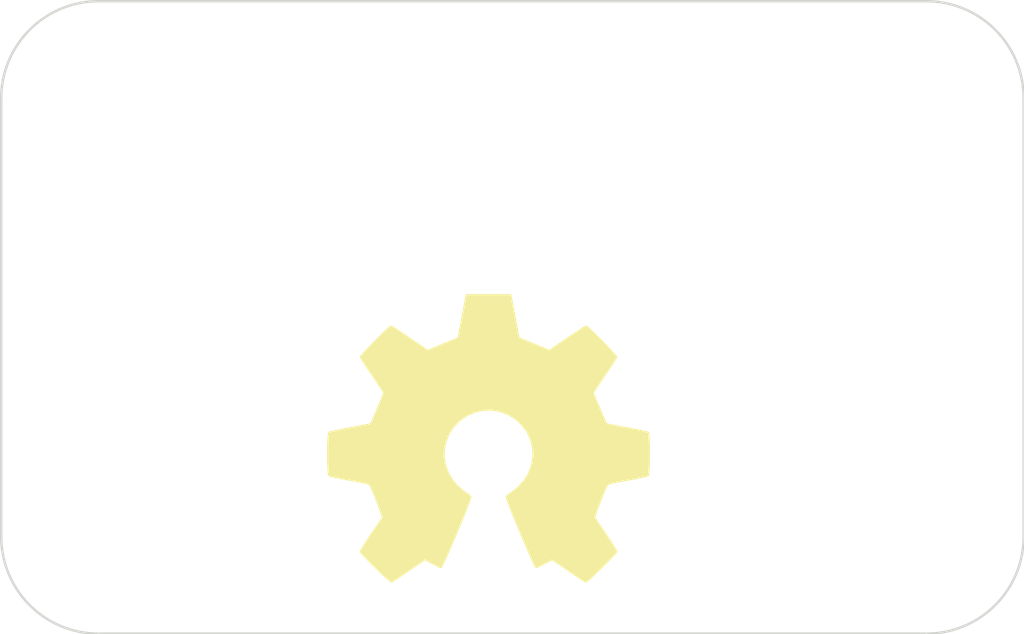
<source format=kicad_pcb>
(kicad_pcb (version 20221018) (generator pcbnew)
  (layers (0 "F.Cu" signal) (31 "B.Cu" signal) (34 "B.Paste" user) (35 "F.Paste" user) (36 "B.SilkS" user "B.Silkscreen") (37 "F.SilkS" user "F.Silkscreen") (38 "B.Mask" user) (39 "F.Mask" user) (44 "Edge.Cuts" user))
  (net 0 "")
  (footprint "Symbol:OSHW-Symbol_6.7x6mm_SilkScreen" (layer "F.Cu") (at 150 99)
    (fp_text reference "LOGO1" hide)
    (fp_text value "Logo_Open_Hardware_Small" hide)
    (fp_poly (pts (xy 0.555814 -2.531069) (xy 0.639635 -2.086445) (xy 0.94892 -1.958947) (xy 1.258206 -1.831449) (xy 1.629246 -2.083754) (xy 1.733157 -2.154004) (xy 1.827087 -2.216728) (xy 1.906652 -2.269062) (xy 1.96747 -2.308143) (xy 2.005157 -2.331107) (xy 2.015421 -2.336058) (xy 2.03391 -2.323324) (xy 2.07342 -2.288118) (xy 2.129522 -2.234938) (xy 2.197787 -2.168282) (xy 2.273786 -2.092646) (xy 2.353092 -2.012528) (xy 2.431275 -1.932426) (xy 2.503907 -1.856836) (xy 2.566559 -1.790255) (xy 2.614803 -1.737182) (xy 2.64421 -1.702113) (xy 2.651241 -1.690377) (xy 2.641123 -1.66874) (xy 2.612759 -1.621338) (xy 2.569129 -1.552807) (xy 2.513218 -1.467785) (xy 2.448006 -1.370907) (xy 2.410219 -1.31565) (xy 2.341343 -1.214752) (xy 2.28014 -1.123701) (xy 2.229578 -1.04703) (xy 2.192628 -0.989272) (xy 2.172258 -0.954957) (xy 2.169197 -0.947746) (xy 2.176136 -0.927252) (xy 2.195051 -0.879487) (xy 2.223087 -0.811168) (xy 2.257391 -0.729011) (xy 2.295109 -0.63973) (xy 2.333387 -0.550042) (xy 2.36937 -0.466662) (xy 2.400206 -0.396306) (xy 2.423039 -0.34569) (xy 2.435017 -0.321529) (xy 2.435724 -0.320578) (xy 2.454531 -0.315964) (xy 2.504618 -0.305672) (xy 2.580793 -0.290713) (xy 2.677865 -0.272099) (xy 2.790643 -0.250841) (xy 2.856442 -0.238582) (xy 2.97695 -0.215638) (xy 3.085797 -0.193805) (xy 3.177476 -0.174278) (xy 3.246481 -0.158252) (xy 3.287304 -0.146921) (xy 3.295511 -0.143326) (xy 3.303548 -0.118994) (xy 3.310033 -0.064041) (xy 3.31497 0.015108) (xy 3.318364 0.112026) (xy 3.320218 0.220287) (xy 3.320538 0.333465) (xy 3.319327 0.445135) (xy 3.31659 0.548868) (xy 3.312331 0.638241) (xy 3.306555 0.706826) (xy 3.299267 0.748197) (xy 3.294895 0.75681) (xy 3.268764 0.767133) (xy 3.213393 0.781892) (xy 3.136107 0.799352) (xy 3.04423 0.81778) (xy 3.012158 0.823741) (xy 2.857524 0.852066) (xy 2.735375 0.874876) (xy 2.641673 0.89308) (xy 2.572384 0.907583) (xy 2.523471 0.919292) (xy 2.490897 0.929115) (xy 2.470628 0.937956) (xy 2.458626 0.946724) (xy 2.456947 0.948457) (xy 2.440184 0.976371) (xy 2.414614 1.030695) (xy 2.382788 1.104777) (xy 2.34726 1.191965) (xy 2.310583 1.285608) (xy 2.275311 1.379052) (xy 2.243996 1.465647) (xy 2.219193 1.53874) (xy 2.203454 1.591678) (xy 2.199332 1.617811) (xy 2.199676 1.618726) (xy 2.213641 1.640086) (xy 2.245322 1.687084) (xy 2.291391 1.754827) (xy 2.348518 1.838423) (xy 2.413373 1.932982) (xy 2.431843 1.959854) (xy 2.497699 2.057275) (xy 2.55565 2.146163) (xy 2.602538 2.221412) (xy 2.635207 2.27792) (xy 2.6505 2.310581) (xy 2.651241 2.314593) (xy 2.638392 2.335684) (xy 2.602888 2.377464) (xy 2.549293 2.435445) (xy 2.482171 2.505135) (xy 2.406087 2.582045) (xy 2.325604 2.661683) (xy 2.245287 2.739561) (xy 2.169699 2.811186) (xy 2.103405 2.87207) (xy 2.050969 2.917721) (xy 2.016955 2.94365) (xy 2.007545 2.947883) (xy 1.985643 2.937912) (xy 1.9408 2.91102) (xy 1.880321 2.871736) (xy 1.833789 2.840117) (xy 1.749475 2.782098) (xy 1.649626 2.713784) (xy 1.549473 2.645579) (xy 1.495627 2.609075) (xy 1.313371 2.4858) (xy 1.160381 2.56852) (xy 1.090682 2.604759) (xy 1.031414 2.632926) (xy 0.991311 2.648991) (xy 0.981103 2.651226) (xy 0.968829 2.634722) (xy 0.944613 2.588082) (xy 0.910263 2.515609) (xy 0.867588 2.421606) (xy 0.818394 2.310374) (xy 0.76449 2.186215) (xy 0.707684 2.053432) (xy 0.649782 1.916327) (xy 0.592593 1.779202) (xy 0.537924 1.646358) (xy 0.487584 1.522098) (xy 0.44338 1.410725) (xy 0.407119 1.316539) (xy 0.380609 1.243844) (xy 0.365658 1.196941) (xy 0.363254 1.180833) (xy 0.382311 1.160286) (xy 0.424036 1.126933) (xy 0.479706 1.087702) (xy 0.484378 1.084599) (xy 0.628264 0.969423) (xy 0.744283 0.835053) (xy 0.83143 0.685784) (xy 0.888699 0.525913) (xy 0.915086 0.359737) (xy 0.909585 0.191552) (xy 0.87119 0.025655) (xy 0.798895 -0.133658) (xy 0.777626 -0.168513) (xy 0.666996 -0.309263) (xy 0.536302 -0.422286) (xy 0.390064 -0.506997) (xy 0.232808 -0.562806) (xy 0.069057 -0.589126) (xy -0.096667 -0.58537) (xy -0.259838 -0.55095) (xy -0.415935 -0.485277) (xy -0.560433 -0.387765) (xy -0.605131 -0.348187) (xy -0.718888 -0.224297) (xy -0.801782 -0.093876) (xy -0.858644 0.052315) (xy -0.890313 0.197088) (xy -0.898131 0.35986) (xy -0.872062 0.52344) (xy -0.814755 0.682298) (xy -0.728856 0.830906) (xy -0.617014 0.963735) (xy -0.481877 1.075256) (xy -0.464117 1.087011) (xy -0.40785 1.125508) (xy -0.365077 1.158863) (xy -0.344628 1.18016) (xy -0.344331 1.180833) (xy -0.348721 1.203871) (xy -0.366124 1.256157) (xy -0.394732 1.33339) (xy -0.432735 1.431268) (xy -0.478326 1.545491) (xy -0.529697 1.671758) (xy -0.585038 1.805767) (xy -0.642542 1.943218) (xy -0.700399 2.079808) (xy -0.756802 2.211237) (xy -0.809942 2.333205) (xy -0.85801 2.441409) (xy -0.899199 2.531549) (xy -0.931699 2.599323) (xy -0.953703 2.64043) (xy -0.962564 2.651226) (xy -0.98964 2.642819) (xy -1.040303 2.620272) (xy -1.105817 2.587613) (xy -1.141841 2.56852) (xy -1.294832 2.4858) (xy -1.477088 2.609075) (xy -1.570125 2.672228) (xy -1.671985 2.741727) (xy -1.767438 2.807165) (xy -1.81525 2.840117) (xy -1.882495 2.885273) (xy -1.939436 2.921057) (xy -1.978646 2.942938) (xy -1.991381 2.947563) (xy -2.009917 2.935085) (xy -2.050941 2.900252) (xy -2.110475 2.846678) (xy -2.184542 2.777983) (xy -2.269165 2.697781) (xy -2.322685 2.646286) (xy -2.416319 2.554286) (xy -2.497241 2.471999) (xy -2.562177 2.402945) (xy -2.607858 2.350644) (xy -2.631011 2.318616) (xy -2.633232 2.312116) (xy -2.622924 2.287394) (xy -2.594439 2.237405) (xy -2.550937 2.167212) (xy -2.495577 2.081875) (xy -2.43152 1.986456) (xy -2.413303 1.959854) (xy -2.346927 1.863167) (xy -2.287378 1.776117) (xy -2.237984 1.703595) (xy -2.202075 1.650493) (xy -2.182981 1.621703) (xy -2.181136 1.618726) (xy -2.183895 1.595782) (xy -2.198538 1.545336) (xy -2.222513 1.474041) (xy -2.253266 1.388547) (xy -2.288244 1.295507) (xy -2.324893 1.201574) (xy -2.360661 1.113399) (xy -2.392994 1.037634) (xy -2.419338 0.980931) (xy -2.437142 0.949943) (xy -2.438407 0.948457) (xy -2.449294 0.939601) (xy -2.467682 0.930843) (xy -2.497606 0.921277) (xy -2.543103 0.909996) (xy -2.608209 0.896093) (xy -2.696961 0.878663) (xy -2.813393 0.856798) (xy -2.961542 0.829591) (xy -2.993618 0.823741) (xy -3.088686 0.805374) (xy -3.171565 0.787405) (xy -3.23493 0.771569) (xy -3.271458 0.7596) (xy -3.276356 0.75681) (xy -3.284427 0.732072) (xy -3.290987 0.67679) (xy -3.296033 0.597389) (xy -3.299559 0.500296) (xy -3.301561 0.391938) (xy -3.302036 0.27874) (xy -3.300977 0.167128) (xy -3.298382 0.063529) (xy -3.294246 -0.025632) (xy -3.288563 -0.093928) (xy -3.281331 -0.134934) (xy -3.276971 -0.143326) (xy -3.252698 -0.151792) (xy -3.197426 -0.165565) (xy -3.116662 -0.18345) (xy -3.015912 -0.204252) (xy -2.900683 -0.226777) (xy -2.837902 -0.238582) (xy -2.718787 -0.260849) (xy -2.612565 -0.281021) (xy -2.524427 -0.298085) (xy -2.459566 -0.311031) (xy -2.423174 -0.318845) (xy -2.417184 -0.320578) (xy -2.407061 -0.34011) (xy -2.385662 -0.387157) (xy -2.355839 -0.454997) (xy -2.320445 -0.536909) (xy -2.282332 -0.626172) (xy -2.244353 -0.716065) (xy -2.20936 -0.799865) (xy -2.180206 -0.870853) (xy -2.159743 -0.922306) (xy -2.150823 -0.947503) (xy -2.150657 -0.948604) (xy -2.160769 -0.968481) (xy -2.189117 -1.014223) (xy -2.232723 -1.081283) (xy -2.288606 -1.165116) (xy -2.353787 -1.261174) (xy -2.391679 -1.31635) (xy -2.460725 -1.417519) (xy -2.52205 -1.50937) (xy -2.572663 -1.587256) (xy -2.609571 -1.646531) (xy -2.629782 -1.682549) (xy -2.632701 -1.690623) (xy -2.620153 -1.709416) (xy -2.585463 -1.749543) (xy -2.533063 -1.806507) (xy -2.467384 -1.875815) (xy -2.392856 -1.952969) (xy -2.313913 -2.033475) (xy -2.234983 -2.112837) (xy -2.1605 -2.18656) (xy -2.094894 -2.250148) (xy -2.042596 -2.299106) (xy -2.008039 -2.328939) (xy -1.996478 -2.336058) (xy -1.977654 -2.326047) (xy -1.932631 -2.297922) (xy -1.865787 -2.254546) (xy -1.781499 -2.198782) (xy -1.684144 -2.133494) (xy -1.610707 -2.083754) (xy -1.239667 -1.831449) (xy -0.621095 -2.086445) (xy -0.537275 -2.531069) (xy -0.453454 -2.975693) (xy 0.471994 -2.975693) (xy 0.555814 -2.531069)) (stroke (width 0.01)) (fill solid) (layer "F.SilkS"))
  )
  (gr_line (start 142 90) (end 159 90) (stroke (width 0.05)) (layer "Edge.Cuts"))
  (gr_arc (start 161 101) (mid 160.414214 102.414214) (end 159 103) (stroke (width 0.05)) (layer "Edge.Cuts"))
  (gr_line (start 159 103) (end 142 103) (stroke (width 0.05)) (layer "Edge.Cuts"))
  (gr_arc (start 159 90) (mid 160.414214 90.585786) (end 161 92) (stroke (width 0.05)) (layer "Edge.Cuts"))
  (gr_arc (start 142 103) (mid 140.585786 102.414214) (end 140 101) (stroke (width 0.05)) (layer "Edge.Cuts"))
  (gr_line (start 161 101) (end 161 92) (stroke (width 0.05)) (layer "Edge.Cuts"))
  (gr_line (start 140 101) (end 140 92) (stroke (width 0.05)) (layer "Edge.Cuts"))
  (gr_arc (start 140 92) (mid 140.585786 90.585786) (end 142 90) (stroke (width 0.05)) (layer "Edge.Cuts"))
)
</source>
